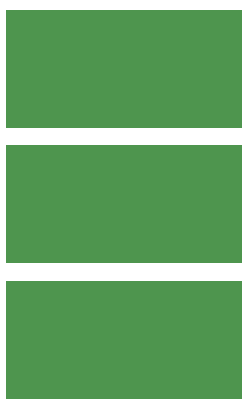
<source format=gbr>
G04*
G04 #@! TF.GenerationSoftware,Altium Limited,Altium Designer,23.10.1 (27)*
G04*
G04 Layer_Color=128*
%FSLAX44Y44*%
%MOMM*%
G71*
G04*
G04 #@! TF.SameCoordinates,C40AB362-5B66-420F-9F68-920D16D289EC*
G04*
G04*
G04 #@! TF.FilePolarity,Positive*
G04*
G01*
G75*
%ADD30R,20.0000X10.0000*%
D30*
X125000Y200000D02*
D03*
Y85000D02*
D03*
Y315000D02*
D03*
M02*

</source>
